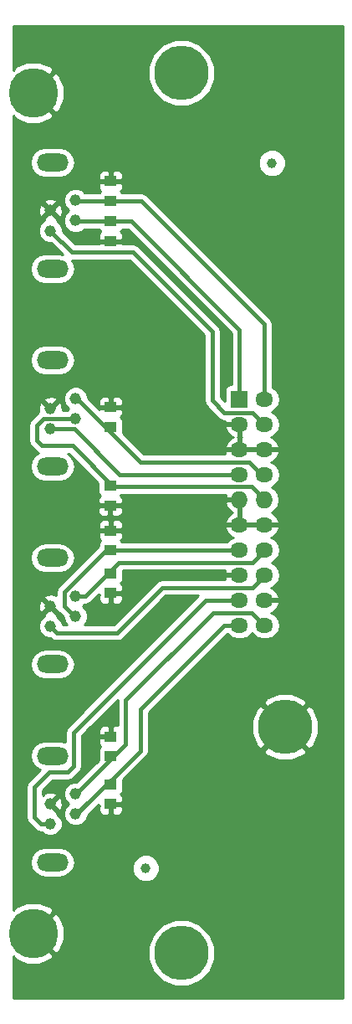
<source format=gbl>
G04 #@! TF.FileFunction,Copper,L2,Bot,Signal*
%FSLAX46Y46*%
G04 Gerber Fmt 4.6, Leading zero omitted, Abs format (unit mm)*
G04 Created by KiCad (PCBNEW 4.0.4+e1-6308~48~ubuntu15.10.1-stable) date Fri Nov 17 08:48:54 2017*
%MOMM*%
%LPD*%
G01*
G04 APERTURE LIST*
%ADD10C,0.150000*%
%ADD11C,5.500000*%
%ADD12C,5.000000*%
%ADD13C,1.000000*%
%ADD14R,1.727200X1.727200*%
%ADD15O,1.800000X1.500000*%
%ADD16O,1.727200X1.727200*%
%ADD17C,1.160000*%
%ADD18O,3.200000X1.800000*%
%ADD19R,1.250000X1.000000*%
%ADD20C,0.203200*%
%ADD21C,0.406400*%
%ADD22C,0.254000*%
G04 APERTURE END LIST*
D10*
D11*
X80772000Y-51296000D03*
X80772000Y-140296000D03*
D12*
X65772000Y-138296000D03*
X65772000Y-53296000D03*
D13*
X77190600Y-131711700D03*
D14*
X86671200Y-84290000D03*
D15*
X89211200Y-84290000D03*
X86671200Y-86830000D03*
X89211200Y-86830000D03*
X86671200Y-89370000D03*
X89211200Y-89370000D03*
X86671200Y-91910000D03*
X89211200Y-91910000D03*
D16*
X86671200Y-94450000D03*
X89211200Y-94450000D03*
D15*
X86671200Y-96990000D03*
X89211200Y-96990000D03*
X86671200Y-99530000D03*
X89211200Y-99530000D03*
X86671200Y-102070000D03*
X89211200Y-102070000D03*
X86671200Y-104610000D03*
X89211200Y-104610000D03*
X86671200Y-107150000D03*
X89211200Y-107150000D03*
D11*
X91287600Y-117449600D03*
D17*
X70081200Y-126230000D03*
X70081200Y-124190000D03*
X67531200Y-125210000D03*
X67531200Y-127250000D03*
D18*
X67731200Y-131100000D03*
X67731200Y-120340000D03*
D17*
X70081200Y-106230000D03*
X70081200Y-104190000D03*
X67531200Y-105210000D03*
X67531200Y-107250000D03*
D18*
X67731200Y-111100000D03*
X67731200Y-100340000D03*
D17*
X70081200Y-86230000D03*
X70081200Y-84190000D03*
X67531200Y-85210000D03*
X67531200Y-87250000D03*
D18*
X67731200Y-91100000D03*
X67731200Y-80340000D03*
D17*
X70081200Y-66230000D03*
X70081200Y-64190000D03*
X67531200Y-65210000D03*
X67531200Y-67250000D03*
D18*
X67731200Y-71100000D03*
X67731200Y-60340000D03*
D19*
X73636000Y-99564000D03*
X73636000Y-97564000D03*
X73636000Y-101894000D03*
X73636000Y-103894000D03*
X73636000Y-123230000D03*
X73636000Y-125230000D03*
X73636000Y-120404000D03*
X73636000Y-118404000D03*
X73636000Y-66310000D03*
X73636000Y-68310000D03*
X73636000Y-64246000D03*
X73636000Y-62246000D03*
X73585200Y-93036200D03*
X73585200Y-95036200D03*
X73636000Y-87082000D03*
X73636000Y-85082000D03*
D13*
X89966800Y-60401200D03*
D20*
X72136000Y-66310000D02*
X70161200Y-66310000D01*
X70161200Y-66310000D02*
X70081200Y-66230000D01*
D21*
X86671200Y-84290000D02*
X86671200Y-77273200D01*
X75698000Y-66300000D02*
X70091200Y-66300000D01*
X86671200Y-77273200D02*
X75698000Y-66300000D01*
D20*
X73636000Y-64246000D02*
X70137200Y-64246000D01*
X70137200Y-64246000D02*
X70081200Y-64190000D01*
X72136000Y-64246000D02*
X70137200Y-64246000D01*
X70137200Y-64246000D02*
X70081200Y-64190000D01*
D21*
X89211200Y-84290000D02*
X89211200Y-76714400D01*
X76706800Y-64210000D02*
X70031200Y-64210000D01*
X89211200Y-76714400D02*
X76706800Y-64210000D01*
X75860600Y-69409000D02*
X69690200Y-69409000D01*
X75860600Y-69409000D02*
X83921600Y-77470000D01*
X83921600Y-77470000D02*
X83921600Y-84429600D01*
X83921600Y-84429600D02*
X85140800Y-85648800D01*
X85140800Y-85648800D02*
X88030000Y-85648800D01*
X89211200Y-86830000D02*
X88030000Y-85648800D01*
X69690200Y-69409000D02*
X67531200Y-67250000D01*
D20*
X73585200Y-93036200D02*
X74087800Y-93036200D01*
X74087800Y-93036200D02*
X74168000Y-93116400D01*
X74168000Y-93116400D02*
X73585200Y-93036200D01*
X69748400Y-89001600D02*
X66636800Y-89001600D01*
X66636800Y-89001600D02*
X66110000Y-88474800D01*
X66110000Y-88474800D02*
X66110000Y-86935600D01*
X66110000Y-86935600D02*
X66815600Y-86230000D01*
X66815600Y-86230000D02*
X70081200Y-86230000D01*
D21*
X70141200Y-86230000D02*
X66815600Y-86230000D01*
X87877600Y-93116400D02*
X89211200Y-94450000D01*
X73863200Y-93116400D02*
X87877600Y-93116400D01*
X69748400Y-89001600D02*
X73863200Y-93116400D01*
X66636800Y-89001600D02*
X69748400Y-89001600D01*
X66110000Y-88474800D02*
X66636800Y-89001600D01*
X66110000Y-86935600D02*
X66110000Y-88474800D01*
X66815600Y-86230000D02*
X66110000Y-86935600D01*
D20*
X73636000Y-87082000D02*
X72973200Y-87082000D01*
X72973200Y-87082000D02*
X70081200Y-84190000D01*
D22*
X89211200Y-91910000D02*
X88963600Y-91910000D01*
D21*
X88963600Y-91910000D02*
X87680800Y-90627200D01*
X87680800Y-90627200D02*
X76628400Y-90627200D01*
X76628400Y-90627200D02*
X70201200Y-84200000D01*
X86671200Y-91910000D02*
X74536400Y-91910000D01*
X69916400Y-87290000D02*
X67571200Y-87290000D01*
X74536400Y-91910000D02*
X69916400Y-87290000D01*
D20*
X73636000Y-99564000D02*
X73135680Y-99564000D01*
X73135680Y-99564000D02*
X68951680Y-103748000D01*
X68951680Y-103748000D02*
X68942400Y-103748000D01*
X68942400Y-103748000D02*
X68942400Y-105091200D01*
X68942400Y-105091200D02*
X70081200Y-106230000D01*
D21*
X86671200Y-99530000D02*
X73160400Y-99530000D01*
X68942400Y-105191200D02*
X69971200Y-106220000D01*
X68942400Y-103748000D02*
X68942400Y-105191200D01*
X73160400Y-99530000D02*
X68942400Y-103748000D01*
D20*
X73636000Y-101894000D02*
X73636000Y-101578280D01*
X73636000Y-101578280D02*
X74427080Y-100787200D01*
D21*
X70091200Y-104180000D02*
X71029200Y-104180000D01*
X87954000Y-100787200D02*
X89211200Y-99530000D01*
X74422000Y-100787200D02*
X74427080Y-100787200D01*
X74427080Y-100787200D02*
X87954000Y-100787200D01*
X71029200Y-104180000D02*
X74422000Y-100787200D01*
X67514400Y-107250000D02*
X68163600Y-107899200D01*
X68163600Y-107899200D02*
X74269600Y-107899200D01*
X74269600Y-107899200D02*
X78841600Y-103327200D01*
X78841600Y-103327200D02*
X87954000Y-103327200D01*
X87954000Y-103327200D02*
X89211200Y-102070000D01*
D20*
X73636000Y-123230000D02*
X73081200Y-123230000D01*
X73081200Y-123230000D02*
X70081200Y-126230000D01*
X70366000Y-126230000D02*
X70081200Y-126230000D01*
D21*
X86671200Y-107150000D02*
X85128000Y-107150000D01*
X76631800Y-119829400D02*
X70201200Y-126260000D01*
X76631800Y-115646200D02*
X76631800Y-119829400D01*
X85128000Y-107150000D02*
X76631800Y-115646200D01*
D20*
X73636000Y-120404000D02*
X73636000Y-120635200D01*
X73636000Y-120635200D02*
X70081200Y-124190000D01*
D21*
X87928400Y-105867200D02*
X89211200Y-107150000D01*
X83972400Y-105867200D02*
X87928400Y-105867200D01*
X75158600Y-114681000D02*
X83972400Y-105867200D01*
X75158600Y-119163400D02*
X75158600Y-114681000D01*
X70121200Y-124200800D02*
X75158600Y-119163400D01*
X86671200Y-104610000D02*
X83248400Y-104610000D01*
X66579200Y-127260000D02*
X67651200Y-127260000D01*
X65883600Y-126564400D02*
X66579200Y-127260000D01*
X65883600Y-123494000D02*
X65883600Y-126564400D01*
X67381400Y-121996200D02*
X65883600Y-123494000D01*
X69265800Y-121996200D02*
X67381400Y-121996200D01*
X69875400Y-121386600D02*
X69265800Y-121996200D01*
X69875400Y-117983000D02*
X69875400Y-121386600D01*
X83248400Y-104610000D02*
X69875400Y-117983000D01*
X86715600Y-104597200D02*
X86106000Y-104597200D01*
D22*
G36*
X97123700Y-144876900D02*
X63758700Y-144876900D01*
X63758700Y-140596364D01*
X63997421Y-140954564D01*
X65149892Y-141431294D01*
X66397072Y-141430705D01*
X67521915Y-140964780D01*
X77394415Y-140964780D01*
X77907450Y-142206418D01*
X78856586Y-143157212D01*
X80097326Y-143672412D01*
X81440780Y-143673585D01*
X82682418Y-143160550D01*
X83633212Y-142211414D01*
X84148412Y-140970674D01*
X84149585Y-139627220D01*
X83636550Y-138385582D01*
X82687414Y-137434788D01*
X81446674Y-136919588D01*
X80103220Y-136918415D01*
X78861582Y-137431450D01*
X77910788Y-138380586D01*
X77395588Y-139621326D01*
X77394415Y-140964780D01*
X67521915Y-140964780D01*
X67546579Y-140954564D01*
X67828275Y-140531880D01*
X65772000Y-138475605D01*
X65757858Y-138489748D01*
X65578253Y-138310143D01*
X65592395Y-138296000D01*
X65951605Y-138296000D01*
X68007880Y-140352275D01*
X68430564Y-140070579D01*
X68907294Y-138918108D01*
X68906705Y-137670928D01*
X68430564Y-136521421D01*
X68007880Y-136239725D01*
X65951605Y-138296000D01*
X65592395Y-138296000D01*
X65578253Y-138281858D01*
X65757858Y-138102253D01*
X65772000Y-138116395D01*
X67828275Y-136060120D01*
X67546579Y-135637436D01*
X66394108Y-135160706D01*
X65146928Y-135161295D01*
X63997421Y-135637436D01*
X63758700Y-135995636D01*
X63758700Y-131100000D01*
X65460570Y-131100000D01*
X65576806Y-131684358D01*
X65907818Y-132179752D01*
X66403212Y-132510764D01*
X66987570Y-132627000D01*
X68474830Y-132627000D01*
X69059188Y-132510764D01*
X69554582Y-132179752D01*
X69682465Y-131988361D01*
X75793358Y-131988361D01*
X76005590Y-132502003D01*
X76398230Y-132895329D01*
X76911500Y-133108457D01*
X77467261Y-133108942D01*
X77980903Y-132896710D01*
X78374229Y-132504070D01*
X78587357Y-131990800D01*
X78587842Y-131435039D01*
X78375610Y-130921397D01*
X77982970Y-130528071D01*
X77469700Y-130314943D01*
X76913939Y-130314458D01*
X76400297Y-130526690D01*
X76006971Y-130919330D01*
X75793843Y-131432600D01*
X75793358Y-131988361D01*
X69682465Y-131988361D01*
X69885594Y-131684358D01*
X70001830Y-131100000D01*
X69885594Y-130515642D01*
X69554582Y-130020248D01*
X69059188Y-129689236D01*
X68474830Y-129573000D01*
X66987570Y-129573000D01*
X66403212Y-129689236D01*
X65907818Y-130020248D01*
X65576806Y-130515642D01*
X65460570Y-131100000D01*
X63758700Y-131100000D01*
X63758700Y-123494000D01*
X65053400Y-123494000D01*
X65053400Y-126564400D01*
X65116595Y-126882104D01*
X65296560Y-127151440D01*
X65992160Y-127847040D01*
X66261496Y-128027005D01*
X66579200Y-128090200D01*
X66664465Y-128090200D01*
X66846596Y-128272649D01*
X67290059Y-128456790D01*
X67770234Y-128457210D01*
X68214018Y-128273842D01*
X68553849Y-127934604D01*
X68737990Y-127491141D01*
X68738410Y-127010966D01*
X68555042Y-126567182D01*
X68215804Y-126227351D01*
X68168341Y-126207643D01*
X68199812Y-126058217D01*
X67531200Y-125389605D01*
X67517058Y-125403748D01*
X67337453Y-125224143D01*
X67351595Y-125210000D01*
X67710805Y-125210000D01*
X68379417Y-125878612D01*
X68602781Y-125831568D01*
X68759075Y-125374177D01*
X68728437Y-124891793D01*
X68602781Y-124588432D01*
X68379417Y-124541388D01*
X67710805Y-125210000D01*
X67351595Y-125210000D01*
X67337453Y-125195858D01*
X67517058Y-125016253D01*
X67531200Y-125030395D01*
X68199812Y-124361783D01*
X68152768Y-124138419D01*
X67695377Y-123982125D01*
X67212993Y-124012763D01*
X66909632Y-124138419D01*
X66862589Y-124361781D01*
X66746797Y-124245989D01*
X66713800Y-124278986D01*
X66713800Y-123837880D01*
X67725280Y-122826400D01*
X69265800Y-122826400D01*
X69583504Y-122763205D01*
X69852840Y-122583240D01*
X70462440Y-121973640D01*
X70642405Y-121704304D01*
X70705600Y-121386600D01*
X70705600Y-118326880D01*
X71254789Y-117777691D01*
X72376000Y-117777691D01*
X72376000Y-118118250D01*
X72534750Y-118277000D01*
X73509000Y-118277000D01*
X73509000Y-117427750D01*
X73350250Y-117269000D01*
X72884690Y-117269000D01*
X72651301Y-117365673D01*
X72472673Y-117544302D01*
X72376000Y-117777691D01*
X71254789Y-117777691D01*
X74328400Y-114704080D01*
X74328400Y-117269000D01*
X73921750Y-117269000D01*
X73763000Y-117427750D01*
X73763000Y-118277000D01*
X73783000Y-118277000D01*
X73783000Y-118531000D01*
X73763000Y-118531000D01*
X73763000Y-118551000D01*
X73509000Y-118551000D01*
X73509000Y-118531000D01*
X72534750Y-118531000D01*
X72376000Y-118689750D01*
X72376000Y-119030309D01*
X72472673Y-119263698D01*
X72619695Y-119410721D01*
X72565247Y-119445757D01*
X72422083Y-119655283D01*
X72371717Y-119904000D01*
X72371717Y-120776203D01*
X70164848Y-122983072D01*
X69842166Y-122982790D01*
X69398382Y-123166158D01*
X69058551Y-123505396D01*
X68874410Y-123948859D01*
X68873990Y-124429034D01*
X69057358Y-124872818D01*
X69394242Y-125210291D01*
X69058551Y-125545396D01*
X68874410Y-125988859D01*
X68873990Y-126469034D01*
X69057358Y-126912818D01*
X69396596Y-127252649D01*
X69840059Y-127436790D01*
X70320234Y-127437210D01*
X70764018Y-127253842D01*
X71103849Y-126914604D01*
X71287990Y-126471141D01*
X71288098Y-126347182D01*
X72376000Y-125259280D01*
X72376000Y-125357002D01*
X72534748Y-125357002D01*
X72376000Y-125515750D01*
X72376000Y-125856309D01*
X72472673Y-126089698D01*
X72651301Y-126268327D01*
X72884690Y-126365000D01*
X73350250Y-126365000D01*
X73509000Y-126206250D01*
X73509000Y-125357000D01*
X73763000Y-125357000D01*
X73763000Y-126206250D01*
X73921750Y-126365000D01*
X74387310Y-126365000D01*
X74620699Y-126268327D01*
X74799327Y-126089698D01*
X74896000Y-125856309D01*
X74896000Y-125515750D01*
X74737250Y-125357000D01*
X73763000Y-125357000D01*
X73509000Y-125357000D01*
X73489000Y-125357000D01*
X73489000Y-125103000D01*
X73509000Y-125103000D01*
X73509000Y-125083000D01*
X73763000Y-125083000D01*
X73763000Y-125103000D01*
X74737250Y-125103000D01*
X74896000Y-124944250D01*
X74896000Y-124603691D01*
X74799327Y-124370302D01*
X74652305Y-124223279D01*
X74706753Y-124188243D01*
X74849917Y-123978717D01*
X74900283Y-123730000D01*
X74900283Y-122734997D01*
X77218840Y-120416440D01*
X77398805Y-120147104D01*
X77454746Y-119865866D01*
X89050939Y-119865866D01*
X89363087Y-120314532D01*
X90605943Y-120832931D01*
X91952576Y-120836248D01*
X93197971Y-120323980D01*
X93212113Y-120314532D01*
X93524261Y-119865866D01*
X91287600Y-117629205D01*
X89050939Y-119865866D01*
X77454746Y-119865866D01*
X77462000Y-119829400D01*
X77462000Y-118114576D01*
X87900952Y-118114576D01*
X88413220Y-119359971D01*
X88422668Y-119374113D01*
X88871334Y-119686261D01*
X91107995Y-117449600D01*
X91467205Y-117449600D01*
X93703866Y-119686261D01*
X94152532Y-119374113D01*
X94670931Y-118131257D01*
X94674248Y-116784624D01*
X94161980Y-115539229D01*
X94152532Y-115525087D01*
X93703866Y-115212939D01*
X91467205Y-117449600D01*
X91107995Y-117449600D01*
X88871334Y-115212939D01*
X88422668Y-115525087D01*
X87904269Y-116767943D01*
X87900952Y-118114576D01*
X77462000Y-118114576D01*
X77462000Y-115990080D01*
X78418746Y-115033334D01*
X89050939Y-115033334D01*
X91287600Y-117269995D01*
X93524261Y-115033334D01*
X93212113Y-114584668D01*
X91969257Y-114066269D01*
X90622624Y-114062952D01*
X89377229Y-114575220D01*
X89363087Y-114584668D01*
X89050939Y-115033334D01*
X78418746Y-115033334D01*
X85441814Y-108010266D01*
X85517598Y-108123686D01*
X85964329Y-108422182D01*
X86491284Y-108527000D01*
X86851116Y-108527000D01*
X87378071Y-108422182D01*
X87824802Y-108123686D01*
X87941200Y-107949484D01*
X88057598Y-108123686D01*
X88504329Y-108422182D01*
X89031284Y-108527000D01*
X89391116Y-108527000D01*
X89918071Y-108422182D01*
X90364802Y-108123686D01*
X90663298Y-107676955D01*
X90768116Y-107150000D01*
X90663298Y-106623045D01*
X90364802Y-106176314D01*
X89918071Y-105877818D01*
X89877522Y-105869752D01*
X90065799Y-105803821D01*
X90469020Y-105443308D01*
X90703518Y-104951185D01*
X90580856Y-104737000D01*
X89338200Y-104737000D01*
X89338200Y-104757000D01*
X89084200Y-104757000D01*
X89084200Y-104737000D01*
X89064200Y-104737000D01*
X89064200Y-104483000D01*
X89084200Y-104483000D01*
X89084200Y-104463000D01*
X89338200Y-104463000D01*
X89338200Y-104483000D01*
X90580856Y-104483000D01*
X90703518Y-104268815D01*
X90469020Y-103776692D01*
X90065799Y-103416179D01*
X89877522Y-103350248D01*
X89918071Y-103342182D01*
X90364802Y-103043686D01*
X90663298Y-102596955D01*
X90768116Y-102070000D01*
X90663298Y-101543045D01*
X90364802Y-101096314D01*
X89921337Y-100800000D01*
X90364802Y-100503686D01*
X90663298Y-100056955D01*
X90768116Y-99530000D01*
X90663298Y-99003045D01*
X90364802Y-98556314D01*
X89918071Y-98257818D01*
X89877522Y-98249752D01*
X90065799Y-98183821D01*
X90469020Y-97823308D01*
X90703518Y-97331185D01*
X90580856Y-97117000D01*
X89338200Y-97117000D01*
X89338200Y-97137000D01*
X89084200Y-97137000D01*
X89084200Y-97117000D01*
X86798200Y-97117000D01*
X86798200Y-97137000D01*
X86544200Y-97137000D01*
X86544200Y-97117000D01*
X85301544Y-97117000D01*
X85178882Y-97331185D01*
X85413380Y-97823308D01*
X85816601Y-98183821D01*
X86004878Y-98249752D01*
X85964329Y-98257818D01*
X85517598Y-98556314D01*
X85421724Y-98699800D01*
X74771721Y-98699800D01*
X74719243Y-98618247D01*
X74651242Y-98571784D01*
X74799327Y-98423698D01*
X74896000Y-98190309D01*
X74896000Y-97849750D01*
X74737250Y-97691000D01*
X73763000Y-97691000D01*
X73763000Y-97711000D01*
X73509000Y-97711000D01*
X73509000Y-97691000D01*
X72534750Y-97691000D01*
X72376000Y-97849750D01*
X72376000Y-98190309D01*
X72472673Y-98423698D01*
X72619695Y-98570721D01*
X72565247Y-98605757D01*
X72422083Y-98815283D01*
X72371717Y-99064000D01*
X72371717Y-99144603D01*
X68355360Y-103160960D01*
X68175395Y-103430296D01*
X68112200Y-103748000D01*
X68112200Y-104124557D01*
X67695377Y-103982125D01*
X67212993Y-104012763D01*
X66909632Y-104138419D01*
X66862588Y-104361783D01*
X67531200Y-105030395D01*
X67545343Y-105016253D01*
X67724948Y-105195858D01*
X67710805Y-105210000D01*
X68379417Y-105878612D01*
X68442455Y-105865335D01*
X68874140Y-106297020D01*
X68873990Y-106469034D01*
X69057358Y-106912818D01*
X69213267Y-107069000D01*
X68738359Y-107069000D01*
X68738410Y-107010966D01*
X68555042Y-106567182D01*
X68215804Y-106227351D01*
X68168341Y-106207643D01*
X68199812Y-106058217D01*
X67531200Y-105389605D01*
X66862588Y-106058217D01*
X66893990Y-106207313D01*
X66848382Y-106226158D01*
X66508551Y-106565396D01*
X66324410Y-107008859D01*
X66323990Y-107489034D01*
X66507358Y-107932818D01*
X66846596Y-108272649D01*
X67290059Y-108456790D01*
X67547335Y-108457015D01*
X67576560Y-108486240D01*
X67845896Y-108666205D01*
X68163600Y-108729400D01*
X74269600Y-108729400D01*
X74587304Y-108666205D01*
X74856640Y-108486240D01*
X79185480Y-104157400D01*
X82526920Y-104157400D01*
X69288360Y-117395960D01*
X69108395Y-117665296D01*
X69045200Y-117983000D01*
X69045200Y-118926454D01*
X68474830Y-118813000D01*
X66987570Y-118813000D01*
X66403212Y-118929236D01*
X65907818Y-119260248D01*
X65576806Y-119755642D01*
X65460570Y-120340000D01*
X65576806Y-120924358D01*
X65907818Y-121419752D01*
X66403212Y-121750764D01*
X66444536Y-121758984D01*
X65296560Y-122906960D01*
X65116595Y-123176296D01*
X65053400Y-123494000D01*
X63758700Y-123494000D01*
X63758700Y-111100000D01*
X65460570Y-111100000D01*
X65576806Y-111684358D01*
X65907818Y-112179752D01*
X66403212Y-112510764D01*
X66987570Y-112627000D01*
X68474830Y-112627000D01*
X69059188Y-112510764D01*
X69554582Y-112179752D01*
X69885594Y-111684358D01*
X70001830Y-111100000D01*
X69885594Y-110515642D01*
X69554582Y-110020248D01*
X69059188Y-109689236D01*
X68474830Y-109573000D01*
X66987570Y-109573000D01*
X66403212Y-109689236D01*
X65907818Y-110020248D01*
X65576806Y-110515642D01*
X65460570Y-111100000D01*
X63758700Y-111100000D01*
X63758700Y-105045823D01*
X66303325Y-105045823D01*
X66333963Y-105528207D01*
X66459619Y-105831568D01*
X66682983Y-105878612D01*
X67351595Y-105210000D01*
X66682983Y-104541388D01*
X66459619Y-104588432D01*
X66303325Y-105045823D01*
X63758700Y-105045823D01*
X63758700Y-100340000D01*
X65460570Y-100340000D01*
X65576806Y-100924358D01*
X65907818Y-101419752D01*
X66403212Y-101750764D01*
X66987570Y-101867000D01*
X68474830Y-101867000D01*
X69059188Y-101750764D01*
X69554582Y-101419752D01*
X69885594Y-100924358D01*
X70001830Y-100340000D01*
X69885594Y-99755642D01*
X69554582Y-99260248D01*
X69059188Y-98929236D01*
X68474830Y-98813000D01*
X66987570Y-98813000D01*
X66403212Y-98929236D01*
X65907818Y-99260248D01*
X65576806Y-99755642D01*
X65460570Y-100340000D01*
X63758700Y-100340000D01*
X63758700Y-96937691D01*
X72376000Y-96937691D01*
X72376000Y-97278250D01*
X72534750Y-97437000D01*
X73509000Y-97437000D01*
X73509000Y-96587750D01*
X73763000Y-96587750D01*
X73763000Y-97437000D01*
X74737250Y-97437000D01*
X74896000Y-97278250D01*
X74896000Y-96937691D01*
X74799327Y-96704302D01*
X74743841Y-96648815D01*
X85178882Y-96648815D01*
X85301544Y-96863000D01*
X86544200Y-96863000D01*
X86544200Y-94577000D01*
X85337383Y-94577000D01*
X85216242Y-94809026D01*
X85388512Y-95224947D01*
X85782710Y-95656821D01*
X85967389Y-95743376D01*
X85816601Y-95796179D01*
X85413380Y-96156692D01*
X85178882Y-96648815D01*
X74743841Y-96648815D01*
X74620699Y-96525673D01*
X74387310Y-96429000D01*
X73921750Y-96429000D01*
X73763000Y-96587750D01*
X73509000Y-96587750D01*
X73350250Y-96429000D01*
X72884690Y-96429000D01*
X72651301Y-96525673D01*
X72472673Y-96704302D01*
X72376000Y-96937691D01*
X63758700Y-96937691D01*
X63758700Y-95321950D01*
X72325200Y-95321950D01*
X72325200Y-95662509D01*
X72421873Y-95895898D01*
X72600501Y-96074527D01*
X72833890Y-96171200D01*
X73299450Y-96171200D01*
X73458200Y-96012450D01*
X73458200Y-95163200D01*
X73712200Y-95163200D01*
X73712200Y-96012450D01*
X73870950Y-96171200D01*
X74336510Y-96171200D01*
X74569899Y-96074527D01*
X74748527Y-95895898D01*
X74845200Y-95662509D01*
X74845200Y-95321950D01*
X74686450Y-95163200D01*
X73712200Y-95163200D01*
X73458200Y-95163200D01*
X72483950Y-95163200D01*
X72325200Y-95321950D01*
X63758700Y-95321950D01*
X63758700Y-86935600D01*
X65279800Y-86935600D01*
X65279800Y-88474800D01*
X65342995Y-88792504D01*
X65522960Y-89061840D01*
X66049760Y-89588640D01*
X66301762Y-89757023D01*
X65907818Y-90020248D01*
X65576806Y-90515642D01*
X65460570Y-91100000D01*
X65576806Y-91684358D01*
X65907818Y-92179752D01*
X66403212Y-92510764D01*
X66987570Y-92627000D01*
X68474830Y-92627000D01*
X69059188Y-92510764D01*
X69554582Y-92179752D01*
X69885594Y-91684358D01*
X70001830Y-91100000D01*
X69885594Y-90515642D01*
X69554582Y-90020248D01*
X69272550Y-89831800D01*
X69404520Y-89831800D01*
X72320917Y-92748197D01*
X72320917Y-93536200D01*
X72364637Y-93768552D01*
X72501957Y-93981953D01*
X72569958Y-94028416D01*
X72421873Y-94176502D01*
X72325200Y-94409891D01*
X72325200Y-94750450D01*
X72483950Y-94909200D01*
X73458200Y-94909200D01*
X73458200Y-94889200D01*
X73712200Y-94889200D01*
X73712200Y-94909200D01*
X74686450Y-94909200D01*
X74845200Y-94750450D01*
X74845200Y-94409891D01*
X74748527Y-94176502D01*
X74601505Y-94029479D01*
X74655953Y-93994443D01*
X74688643Y-93946600D01*
X85276040Y-93946600D01*
X85216242Y-94090974D01*
X85337383Y-94323000D01*
X86544200Y-94323000D01*
X86544200Y-94303000D01*
X86798200Y-94303000D01*
X86798200Y-94323000D01*
X86818200Y-94323000D01*
X86818200Y-94577000D01*
X86798200Y-94577000D01*
X86798200Y-96863000D01*
X89084200Y-96863000D01*
X89084200Y-96843000D01*
X89338200Y-96843000D01*
X89338200Y-96863000D01*
X90580856Y-96863000D01*
X90703518Y-96648815D01*
X90469020Y-96156692D01*
X90065799Y-95796179D01*
X89928904Y-95748241D01*
X90294416Y-95504013D01*
X90617538Y-95020428D01*
X90731003Y-94450000D01*
X90617538Y-93879572D01*
X90294416Y-93395987D01*
X89946253Y-93163351D01*
X90364802Y-92883686D01*
X90663298Y-92436955D01*
X90768116Y-91910000D01*
X90663298Y-91383045D01*
X90364802Y-90936314D01*
X89918071Y-90637818D01*
X89877522Y-90629752D01*
X90065799Y-90563821D01*
X90469020Y-90203308D01*
X90703518Y-89711185D01*
X90580856Y-89497000D01*
X89338200Y-89497000D01*
X89338200Y-89517000D01*
X89084200Y-89517000D01*
X89084200Y-89497000D01*
X86798200Y-89497000D01*
X86798200Y-89517000D01*
X86544200Y-89517000D01*
X86544200Y-89497000D01*
X85301544Y-89497000D01*
X85178882Y-89711185D01*
X85219773Y-89797000D01*
X76972280Y-89797000D01*
X74876201Y-87700921D01*
X74900283Y-87582000D01*
X74900283Y-87171185D01*
X85178882Y-87171185D01*
X85413380Y-87663308D01*
X85816601Y-88023821D01*
X86034143Y-88100000D01*
X85816601Y-88176179D01*
X85413380Y-88536692D01*
X85178882Y-89028815D01*
X85301544Y-89243000D01*
X86544200Y-89243000D01*
X86544200Y-88142698D01*
X86480393Y-88100000D01*
X86544200Y-88057302D01*
X86544200Y-86957000D01*
X85301544Y-86957000D01*
X85178882Y-87171185D01*
X74900283Y-87171185D01*
X74900283Y-86582000D01*
X74856563Y-86349648D01*
X74719243Y-86136247D01*
X74651242Y-86089784D01*
X74799327Y-85941698D01*
X74896000Y-85708309D01*
X74896000Y-85367750D01*
X74737250Y-85209000D01*
X73763000Y-85209000D01*
X73763000Y-85229000D01*
X73509000Y-85229000D01*
X73509000Y-85209000D01*
X72534750Y-85209000D01*
X72459515Y-85284235D01*
X71630971Y-84455691D01*
X72376000Y-84455691D01*
X72376000Y-84796250D01*
X72534750Y-84955000D01*
X73509000Y-84955000D01*
X73509000Y-84105750D01*
X73763000Y-84105750D01*
X73763000Y-84955000D01*
X74737250Y-84955000D01*
X74896000Y-84796250D01*
X74896000Y-84455691D01*
X74799327Y-84222302D01*
X74620699Y-84043673D01*
X74387310Y-83947000D01*
X73921750Y-83947000D01*
X73763000Y-84105750D01*
X73509000Y-84105750D01*
X73350250Y-83947000D01*
X72884690Y-83947000D01*
X72651301Y-84043673D01*
X72472673Y-84222302D01*
X72376000Y-84455691D01*
X71630971Y-84455691D01*
X71288268Y-84112988D01*
X71288410Y-83950966D01*
X71105042Y-83507182D01*
X70765804Y-83167351D01*
X70322341Y-82983210D01*
X69842166Y-82982790D01*
X69398382Y-83166158D01*
X69058551Y-83505396D01*
X68874410Y-83948859D01*
X68873990Y-84429034D01*
X69057358Y-84872818D01*
X69394242Y-85210291D01*
X69204402Y-85399800D01*
X68750319Y-85399800D01*
X68759075Y-85374177D01*
X68728437Y-84891793D01*
X68602781Y-84588432D01*
X68379417Y-84541388D01*
X67710805Y-85210000D01*
X67724948Y-85224143D01*
X67549290Y-85399800D01*
X67541395Y-85399800D01*
X67531200Y-85389605D01*
X67521005Y-85399800D01*
X67513110Y-85399800D01*
X67337453Y-85224143D01*
X67351595Y-85210000D01*
X66682983Y-84541388D01*
X66459619Y-84588432D01*
X66303325Y-85045823D01*
X66333963Y-85528207D01*
X66348343Y-85562923D01*
X66228560Y-85642960D01*
X65522960Y-86348560D01*
X65342995Y-86617896D01*
X65279800Y-86935600D01*
X63758700Y-86935600D01*
X63758700Y-84361783D01*
X66862588Y-84361783D01*
X67531200Y-85030395D01*
X68199812Y-84361783D01*
X68152768Y-84138419D01*
X67695377Y-83982125D01*
X67212993Y-84012763D01*
X66909632Y-84138419D01*
X66862588Y-84361783D01*
X63758700Y-84361783D01*
X63758700Y-80340000D01*
X65460570Y-80340000D01*
X65576806Y-80924358D01*
X65907818Y-81419752D01*
X66403212Y-81750764D01*
X66987570Y-81867000D01*
X68474830Y-81867000D01*
X69059188Y-81750764D01*
X69554582Y-81419752D01*
X69885594Y-80924358D01*
X70001830Y-80340000D01*
X69885594Y-79755642D01*
X69554582Y-79260248D01*
X69059188Y-78929236D01*
X68474830Y-78813000D01*
X66987570Y-78813000D01*
X66403212Y-78929236D01*
X65907818Y-79260248D01*
X65576806Y-79755642D01*
X65460570Y-80340000D01*
X63758700Y-80340000D01*
X63758700Y-71100000D01*
X65460570Y-71100000D01*
X65576806Y-71684358D01*
X65907818Y-72179752D01*
X66403212Y-72510764D01*
X66987570Y-72627000D01*
X68474830Y-72627000D01*
X69059188Y-72510764D01*
X69554582Y-72179752D01*
X69885594Y-71684358D01*
X70001830Y-71100000D01*
X69885594Y-70515642D01*
X69700881Y-70239200D01*
X75516720Y-70239200D01*
X83091400Y-77813880D01*
X83091400Y-84429600D01*
X83154595Y-84747304D01*
X83334560Y-85016640D01*
X84553760Y-86235840D01*
X84823096Y-86415805D01*
X85140800Y-86479000D01*
X85183559Y-86479000D01*
X85178882Y-86488815D01*
X85301544Y-86703000D01*
X86544200Y-86703000D01*
X86544200Y-86683000D01*
X86798200Y-86683000D01*
X86798200Y-86703000D01*
X86818200Y-86703000D01*
X86818200Y-86957000D01*
X86798200Y-86957000D01*
X86798200Y-88057302D01*
X86862007Y-88100000D01*
X86798200Y-88142698D01*
X86798200Y-89243000D01*
X89084200Y-89243000D01*
X89084200Y-89223000D01*
X89338200Y-89223000D01*
X89338200Y-89243000D01*
X90580856Y-89243000D01*
X90703518Y-89028815D01*
X90469020Y-88536692D01*
X90065799Y-88176179D01*
X89877522Y-88110248D01*
X89918071Y-88102182D01*
X90364802Y-87803686D01*
X90663298Y-87356955D01*
X90768116Y-86830000D01*
X90663298Y-86303045D01*
X90364802Y-85856314D01*
X89921337Y-85560000D01*
X90364802Y-85263686D01*
X90663298Y-84816955D01*
X90768116Y-84290000D01*
X90663298Y-83763045D01*
X90364802Y-83316314D01*
X90041400Y-83100224D01*
X90041400Y-76714400D01*
X89978205Y-76396696D01*
X89798240Y-76127360D01*
X77293840Y-63622960D01*
X77024504Y-63442995D01*
X76706800Y-63379800D01*
X74770434Y-63379800D01*
X74719243Y-63300247D01*
X74651242Y-63253784D01*
X74799327Y-63105698D01*
X74896000Y-62872309D01*
X74896000Y-62531750D01*
X74737250Y-62373000D01*
X73763000Y-62373000D01*
X73763000Y-62393000D01*
X73509000Y-62393000D01*
X73509000Y-62373000D01*
X72534750Y-62373000D01*
X72376000Y-62531750D01*
X72376000Y-62872309D01*
X72472673Y-63105698D01*
X72619695Y-63252721D01*
X72565247Y-63287757D01*
X72502356Y-63379800D01*
X70977882Y-63379800D01*
X70765804Y-63167351D01*
X70322341Y-62983210D01*
X69842166Y-62982790D01*
X69398382Y-63166158D01*
X69058551Y-63505396D01*
X68874410Y-63948859D01*
X68873990Y-64429034D01*
X69057358Y-64872818D01*
X69394242Y-65210291D01*
X69058551Y-65545396D01*
X68874410Y-65988859D01*
X68873990Y-66469034D01*
X69057358Y-66912818D01*
X69396596Y-67252649D01*
X69840059Y-67436790D01*
X70320234Y-67437210D01*
X70764018Y-67253842D01*
X70887876Y-67130200D01*
X72471966Y-67130200D01*
X72552757Y-67255753D01*
X72620758Y-67302216D01*
X72472673Y-67450302D01*
X72376000Y-67683691D01*
X72376000Y-68024250D01*
X72534750Y-68183000D01*
X73509000Y-68183000D01*
X73509000Y-68163000D01*
X73763000Y-68163000D01*
X73763000Y-68183000D01*
X74737250Y-68183000D01*
X74896000Y-68024250D01*
X74896000Y-67683691D01*
X74799327Y-67450302D01*
X74652305Y-67303279D01*
X74706753Y-67268243D01*
X74801074Y-67130200D01*
X75354120Y-67130200D01*
X85841000Y-77617080D01*
X85841000Y-82787117D01*
X85807600Y-82787117D01*
X85575248Y-82830837D01*
X85361847Y-82968157D01*
X85218683Y-83177683D01*
X85168317Y-83426400D01*
X85168317Y-84502237D01*
X84751800Y-84085720D01*
X84751800Y-77470000D01*
X84688605Y-77152296D01*
X84508640Y-76882960D01*
X76447640Y-68821960D01*
X76178304Y-68641995D01*
X75860600Y-68578800D01*
X74879050Y-68578800D01*
X74737250Y-68437000D01*
X73763000Y-68437000D01*
X73763000Y-68457000D01*
X73509000Y-68457000D01*
X73509000Y-68437000D01*
X72534750Y-68437000D01*
X72392950Y-68578800D01*
X70034080Y-68578800D01*
X68738172Y-67282892D01*
X68738410Y-67010966D01*
X68555042Y-66567182D01*
X68215804Y-66227351D01*
X68168341Y-66207643D01*
X68199812Y-66058217D01*
X67531200Y-65389605D01*
X66862588Y-66058217D01*
X66893990Y-66207313D01*
X66848382Y-66226158D01*
X66508551Y-66565396D01*
X66324410Y-67008859D01*
X66323990Y-67489034D01*
X66507358Y-67932818D01*
X66846596Y-68272649D01*
X67290059Y-68456790D01*
X67564150Y-68457030D01*
X68731094Y-69623974D01*
X68474830Y-69573000D01*
X66987570Y-69573000D01*
X66403212Y-69689236D01*
X65907818Y-70020248D01*
X65576806Y-70515642D01*
X65460570Y-71100000D01*
X63758700Y-71100000D01*
X63758700Y-65045823D01*
X66303325Y-65045823D01*
X66333963Y-65528207D01*
X66459619Y-65831568D01*
X66682983Y-65878612D01*
X67351595Y-65210000D01*
X67710805Y-65210000D01*
X68379417Y-65878612D01*
X68602781Y-65831568D01*
X68759075Y-65374177D01*
X68728437Y-64891793D01*
X68602781Y-64588432D01*
X68379417Y-64541388D01*
X67710805Y-65210000D01*
X67351595Y-65210000D01*
X66682983Y-64541388D01*
X66459619Y-64588432D01*
X66303325Y-65045823D01*
X63758700Y-65045823D01*
X63758700Y-64361783D01*
X66862588Y-64361783D01*
X67531200Y-65030395D01*
X68199812Y-64361783D01*
X68152768Y-64138419D01*
X67695377Y-63982125D01*
X67212993Y-64012763D01*
X66909632Y-64138419D01*
X66862588Y-64361783D01*
X63758700Y-64361783D01*
X63758700Y-60340000D01*
X65460570Y-60340000D01*
X65576806Y-60924358D01*
X65907818Y-61419752D01*
X66403212Y-61750764D01*
X66987570Y-61867000D01*
X68474830Y-61867000D01*
X69059188Y-61750764D01*
X69255352Y-61619691D01*
X72376000Y-61619691D01*
X72376000Y-61960250D01*
X72534750Y-62119000D01*
X73509000Y-62119000D01*
X73509000Y-61269750D01*
X73763000Y-61269750D01*
X73763000Y-62119000D01*
X74737250Y-62119000D01*
X74896000Y-61960250D01*
X74896000Y-61619691D01*
X74799327Y-61386302D01*
X74620699Y-61207673D01*
X74387310Y-61111000D01*
X73921750Y-61111000D01*
X73763000Y-61269750D01*
X73509000Y-61269750D01*
X73350250Y-61111000D01*
X72884690Y-61111000D01*
X72651301Y-61207673D01*
X72472673Y-61386302D01*
X72376000Y-61619691D01*
X69255352Y-61619691D01*
X69554582Y-61419752D01*
X69885594Y-60924358D01*
X69934625Y-60677861D01*
X88569558Y-60677861D01*
X88781790Y-61191503D01*
X89174430Y-61584829D01*
X89687700Y-61797957D01*
X90243461Y-61798442D01*
X90757103Y-61586210D01*
X91150429Y-61193570D01*
X91363557Y-60680300D01*
X91364042Y-60124539D01*
X91151810Y-59610897D01*
X90759170Y-59217571D01*
X90245900Y-59004443D01*
X89690139Y-59003958D01*
X89176497Y-59216190D01*
X88783171Y-59608830D01*
X88570043Y-60122100D01*
X88569558Y-60677861D01*
X69934625Y-60677861D01*
X70001830Y-60340000D01*
X69885594Y-59755642D01*
X69554582Y-59260248D01*
X69059188Y-58929236D01*
X68474830Y-58813000D01*
X66987570Y-58813000D01*
X66403212Y-58929236D01*
X65907818Y-59260248D01*
X65576806Y-59755642D01*
X65460570Y-60340000D01*
X63758700Y-60340000D01*
X63758700Y-55596364D01*
X63997421Y-55954564D01*
X65149892Y-56431294D01*
X66397072Y-56430705D01*
X67546579Y-55954564D01*
X67828275Y-55531880D01*
X65772000Y-53475605D01*
X65757858Y-53489748D01*
X65578253Y-53310143D01*
X65592395Y-53296000D01*
X65951605Y-53296000D01*
X68007880Y-55352275D01*
X68430564Y-55070579D01*
X68907294Y-53918108D01*
X68906705Y-52670928D01*
X68614210Y-51964780D01*
X77394415Y-51964780D01*
X77907450Y-53206418D01*
X78856586Y-54157212D01*
X80097326Y-54672412D01*
X81440780Y-54673585D01*
X82682418Y-54160550D01*
X83633212Y-53211414D01*
X84148412Y-51970674D01*
X84149585Y-50627220D01*
X83636550Y-49385582D01*
X82687414Y-48434788D01*
X81446674Y-47919588D01*
X80103220Y-47918415D01*
X78861582Y-48431450D01*
X77910788Y-49380586D01*
X77395588Y-50621326D01*
X77394415Y-51964780D01*
X68614210Y-51964780D01*
X68430564Y-51521421D01*
X68007880Y-51239725D01*
X65951605Y-53296000D01*
X65592395Y-53296000D01*
X65578253Y-53281858D01*
X65757858Y-53102253D01*
X65772000Y-53116395D01*
X67828275Y-51060120D01*
X67546579Y-50637436D01*
X66394108Y-50160706D01*
X65146928Y-50161295D01*
X63997421Y-50637436D01*
X63758700Y-50995636D01*
X63758700Y-46537500D01*
X97123700Y-46537500D01*
X97123700Y-144876900D01*
X97123700Y-144876900D01*
G37*
X97123700Y-144876900D02*
X63758700Y-144876900D01*
X63758700Y-140596364D01*
X63997421Y-140954564D01*
X65149892Y-141431294D01*
X66397072Y-141430705D01*
X67521915Y-140964780D01*
X77394415Y-140964780D01*
X77907450Y-142206418D01*
X78856586Y-143157212D01*
X80097326Y-143672412D01*
X81440780Y-143673585D01*
X82682418Y-143160550D01*
X83633212Y-142211414D01*
X84148412Y-140970674D01*
X84149585Y-139627220D01*
X83636550Y-138385582D01*
X82687414Y-137434788D01*
X81446674Y-136919588D01*
X80103220Y-136918415D01*
X78861582Y-137431450D01*
X77910788Y-138380586D01*
X77395588Y-139621326D01*
X77394415Y-140964780D01*
X67521915Y-140964780D01*
X67546579Y-140954564D01*
X67828275Y-140531880D01*
X65772000Y-138475605D01*
X65757858Y-138489748D01*
X65578253Y-138310143D01*
X65592395Y-138296000D01*
X65951605Y-138296000D01*
X68007880Y-140352275D01*
X68430564Y-140070579D01*
X68907294Y-138918108D01*
X68906705Y-137670928D01*
X68430564Y-136521421D01*
X68007880Y-136239725D01*
X65951605Y-138296000D01*
X65592395Y-138296000D01*
X65578253Y-138281858D01*
X65757858Y-138102253D01*
X65772000Y-138116395D01*
X67828275Y-136060120D01*
X67546579Y-135637436D01*
X66394108Y-135160706D01*
X65146928Y-135161295D01*
X63997421Y-135637436D01*
X63758700Y-135995636D01*
X63758700Y-131100000D01*
X65460570Y-131100000D01*
X65576806Y-131684358D01*
X65907818Y-132179752D01*
X66403212Y-132510764D01*
X66987570Y-132627000D01*
X68474830Y-132627000D01*
X69059188Y-132510764D01*
X69554582Y-132179752D01*
X69682465Y-131988361D01*
X75793358Y-131988361D01*
X76005590Y-132502003D01*
X76398230Y-132895329D01*
X76911500Y-133108457D01*
X77467261Y-133108942D01*
X77980903Y-132896710D01*
X78374229Y-132504070D01*
X78587357Y-131990800D01*
X78587842Y-131435039D01*
X78375610Y-130921397D01*
X77982970Y-130528071D01*
X77469700Y-130314943D01*
X76913939Y-130314458D01*
X76400297Y-130526690D01*
X76006971Y-130919330D01*
X75793843Y-131432600D01*
X75793358Y-131988361D01*
X69682465Y-131988361D01*
X69885594Y-131684358D01*
X70001830Y-131100000D01*
X69885594Y-130515642D01*
X69554582Y-130020248D01*
X69059188Y-129689236D01*
X68474830Y-129573000D01*
X66987570Y-129573000D01*
X66403212Y-129689236D01*
X65907818Y-130020248D01*
X65576806Y-130515642D01*
X65460570Y-131100000D01*
X63758700Y-131100000D01*
X63758700Y-123494000D01*
X65053400Y-123494000D01*
X65053400Y-126564400D01*
X65116595Y-126882104D01*
X65296560Y-127151440D01*
X65992160Y-127847040D01*
X66261496Y-128027005D01*
X66579200Y-128090200D01*
X66664465Y-128090200D01*
X66846596Y-128272649D01*
X67290059Y-128456790D01*
X67770234Y-128457210D01*
X68214018Y-128273842D01*
X68553849Y-127934604D01*
X68737990Y-127491141D01*
X68738410Y-127010966D01*
X68555042Y-126567182D01*
X68215804Y-126227351D01*
X68168341Y-126207643D01*
X68199812Y-126058217D01*
X67531200Y-125389605D01*
X67517058Y-125403748D01*
X67337453Y-125224143D01*
X67351595Y-125210000D01*
X67710805Y-125210000D01*
X68379417Y-125878612D01*
X68602781Y-125831568D01*
X68759075Y-125374177D01*
X68728437Y-124891793D01*
X68602781Y-124588432D01*
X68379417Y-124541388D01*
X67710805Y-125210000D01*
X67351595Y-125210000D01*
X67337453Y-125195858D01*
X67517058Y-125016253D01*
X67531200Y-125030395D01*
X68199812Y-124361783D01*
X68152768Y-124138419D01*
X67695377Y-123982125D01*
X67212993Y-124012763D01*
X66909632Y-124138419D01*
X66862589Y-124361781D01*
X66746797Y-124245989D01*
X66713800Y-124278986D01*
X66713800Y-123837880D01*
X67725280Y-122826400D01*
X69265800Y-122826400D01*
X69583504Y-122763205D01*
X69852840Y-122583240D01*
X70462440Y-121973640D01*
X70642405Y-121704304D01*
X70705600Y-121386600D01*
X70705600Y-118326880D01*
X71254789Y-117777691D01*
X72376000Y-117777691D01*
X72376000Y-118118250D01*
X72534750Y-118277000D01*
X73509000Y-118277000D01*
X73509000Y-117427750D01*
X73350250Y-117269000D01*
X72884690Y-117269000D01*
X72651301Y-117365673D01*
X72472673Y-117544302D01*
X72376000Y-117777691D01*
X71254789Y-117777691D01*
X74328400Y-114704080D01*
X74328400Y-117269000D01*
X73921750Y-117269000D01*
X73763000Y-117427750D01*
X73763000Y-118277000D01*
X73783000Y-118277000D01*
X73783000Y-118531000D01*
X73763000Y-118531000D01*
X73763000Y-118551000D01*
X73509000Y-118551000D01*
X73509000Y-118531000D01*
X72534750Y-118531000D01*
X72376000Y-118689750D01*
X72376000Y-119030309D01*
X72472673Y-119263698D01*
X72619695Y-119410721D01*
X72565247Y-119445757D01*
X72422083Y-119655283D01*
X72371717Y-119904000D01*
X72371717Y-120776203D01*
X70164848Y-122983072D01*
X69842166Y-122982790D01*
X69398382Y-123166158D01*
X69058551Y-123505396D01*
X68874410Y-123948859D01*
X68873990Y-124429034D01*
X69057358Y-124872818D01*
X69394242Y-125210291D01*
X69058551Y-125545396D01*
X68874410Y-125988859D01*
X68873990Y-126469034D01*
X69057358Y-126912818D01*
X69396596Y-127252649D01*
X69840059Y-127436790D01*
X70320234Y-127437210D01*
X70764018Y-127253842D01*
X71103849Y-126914604D01*
X71287990Y-126471141D01*
X71288098Y-126347182D01*
X72376000Y-125259280D01*
X72376000Y-125357002D01*
X72534748Y-125357002D01*
X72376000Y-125515750D01*
X72376000Y-125856309D01*
X72472673Y-126089698D01*
X72651301Y-126268327D01*
X72884690Y-126365000D01*
X73350250Y-126365000D01*
X73509000Y-126206250D01*
X73509000Y-125357000D01*
X73763000Y-125357000D01*
X73763000Y-126206250D01*
X73921750Y-126365000D01*
X74387310Y-126365000D01*
X74620699Y-126268327D01*
X74799327Y-126089698D01*
X74896000Y-125856309D01*
X74896000Y-125515750D01*
X74737250Y-125357000D01*
X73763000Y-125357000D01*
X73509000Y-125357000D01*
X73489000Y-125357000D01*
X73489000Y-125103000D01*
X73509000Y-125103000D01*
X73509000Y-125083000D01*
X73763000Y-125083000D01*
X73763000Y-125103000D01*
X74737250Y-125103000D01*
X74896000Y-124944250D01*
X74896000Y-124603691D01*
X74799327Y-124370302D01*
X74652305Y-124223279D01*
X74706753Y-124188243D01*
X74849917Y-123978717D01*
X74900283Y-123730000D01*
X74900283Y-122734997D01*
X77218840Y-120416440D01*
X77398805Y-120147104D01*
X77454746Y-119865866D01*
X89050939Y-119865866D01*
X89363087Y-120314532D01*
X90605943Y-120832931D01*
X91952576Y-120836248D01*
X93197971Y-120323980D01*
X93212113Y-120314532D01*
X93524261Y-119865866D01*
X91287600Y-117629205D01*
X89050939Y-119865866D01*
X77454746Y-119865866D01*
X77462000Y-119829400D01*
X77462000Y-118114576D01*
X87900952Y-118114576D01*
X88413220Y-119359971D01*
X88422668Y-119374113D01*
X88871334Y-119686261D01*
X91107995Y-117449600D01*
X91467205Y-117449600D01*
X93703866Y-119686261D01*
X94152532Y-119374113D01*
X94670931Y-118131257D01*
X94674248Y-116784624D01*
X94161980Y-115539229D01*
X94152532Y-115525087D01*
X93703866Y-115212939D01*
X91467205Y-117449600D01*
X91107995Y-117449600D01*
X88871334Y-115212939D01*
X88422668Y-115525087D01*
X87904269Y-116767943D01*
X87900952Y-118114576D01*
X77462000Y-118114576D01*
X77462000Y-115990080D01*
X78418746Y-115033334D01*
X89050939Y-115033334D01*
X91287600Y-117269995D01*
X93524261Y-115033334D01*
X93212113Y-114584668D01*
X91969257Y-114066269D01*
X90622624Y-114062952D01*
X89377229Y-114575220D01*
X89363087Y-114584668D01*
X89050939Y-115033334D01*
X78418746Y-115033334D01*
X85441814Y-108010266D01*
X85517598Y-108123686D01*
X85964329Y-108422182D01*
X86491284Y-108527000D01*
X86851116Y-108527000D01*
X87378071Y-108422182D01*
X87824802Y-108123686D01*
X87941200Y-107949484D01*
X88057598Y-108123686D01*
X88504329Y-108422182D01*
X89031284Y-108527000D01*
X89391116Y-108527000D01*
X89918071Y-108422182D01*
X90364802Y-108123686D01*
X90663298Y-107676955D01*
X90768116Y-107150000D01*
X90663298Y-106623045D01*
X90364802Y-106176314D01*
X89918071Y-105877818D01*
X89877522Y-105869752D01*
X90065799Y-105803821D01*
X90469020Y-105443308D01*
X90703518Y-104951185D01*
X90580856Y-104737000D01*
X89338200Y-104737000D01*
X89338200Y-104757000D01*
X89084200Y-104757000D01*
X89084200Y-104737000D01*
X89064200Y-104737000D01*
X89064200Y-104483000D01*
X89084200Y-104483000D01*
X89084200Y-104463000D01*
X89338200Y-104463000D01*
X89338200Y-104483000D01*
X90580856Y-104483000D01*
X90703518Y-104268815D01*
X90469020Y-103776692D01*
X90065799Y-103416179D01*
X89877522Y-103350248D01*
X89918071Y-103342182D01*
X90364802Y-103043686D01*
X90663298Y-102596955D01*
X90768116Y-102070000D01*
X90663298Y-101543045D01*
X90364802Y-101096314D01*
X89921337Y-100800000D01*
X90364802Y-100503686D01*
X90663298Y-100056955D01*
X90768116Y-99530000D01*
X90663298Y-99003045D01*
X90364802Y-98556314D01*
X89918071Y-98257818D01*
X89877522Y-98249752D01*
X90065799Y-98183821D01*
X90469020Y-97823308D01*
X90703518Y-97331185D01*
X90580856Y-97117000D01*
X89338200Y-97117000D01*
X89338200Y-97137000D01*
X89084200Y-97137000D01*
X89084200Y-97117000D01*
X86798200Y-97117000D01*
X86798200Y-97137000D01*
X86544200Y-97137000D01*
X86544200Y-97117000D01*
X85301544Y-97117000D01*
X85178882Y-97331185D01*
X85413380Y-97823308D01*
X85816601Y-98183821D01*
X86004878Y-98249752D01*
X85964329Y-98257818D01*
X85517598Y-98556314D01*
X85421724Y-98699800D01*
X74771721Y-98699800D01*
X74719243Y-98618247D01*
X74651242Y-98571784D01*
X74799327Y-98423698D01*
X74896000Y-98190309D01*
X74896000Y-97849750D01*
X74737250Y-97691000D01*
X73763000Y-97691000D01*
X73763000Y-97711000D01*
X73509000Y-97711000D01*
X73509000Y-97691000D01*
X72534750Y-97691000D01*
X72376000Y-97849750D01*
X72376000Y-98190309D01*
X72472673Y-98423698D01*
X72619695Y-98570721D01*
X72565247Y-98605757D01*
X72422083Y-98815283D01*
X72371717Y-99064000D01*
X72371717Y-99144603D01*
X68355360Y-103160960D01*
X68175395Y-103430296D01*
X68112200Y-103748000D01*
X68112200Y-104124557D01*
X67695377Y-103982125D01*
X67212993Y-104012763D01*
X66909632Y-104138419D01*
X66862588Y-104361783D01*
X67531200Y-105030395D01*
X67545343Y-105016253D01*
X67724948Y-105195858D01*
X67710805Y-105210000D01*
X68379417Y-105878612D01*
X68442455Y-105865335D01*
X68874140Y-106297020D01*
X68873990Y-106469034D01*
X69057358Y-106912818D01*
X69213267Y-107069000D01*
X68738359Y-107069000D01*
X68738410Y-107010966D01*
X68555042Y-106567182D01*
X68215804Y-106227351D01*
X68168341Y-106207643D01*
X68199812Y-106058217D01*
X67531200Y-105389605D01*
X66862588Y-106058217D01*
X66893990Y-106207313D01*
X66848382Y-106226158D01*
X66508551Y-106565396D01*
X66324410Y-107008859D01*
X66323990Y-107489034D01*
X66507358Y-107932818D01*
X66846596Y-108272649D01*
X67290059Y-108456790D01*
X67547335Y-108457015D01*
X67576560Y-108486240D01*
X67845896Y-108666205D01*
X68163600Y-108729400D01*
X74269600Y-108729400D01*
X74587304Y-108666205D01*
X74856640Y-108486240D01*
X79185480Y-104157400D01*
X82526920Y-104157400D01*
X69288360Y-117395960D01*
X69108395Y-117665296D01*
X69045200Y-117983000D01*
X69045200Y-118926454D01*
X68474830Y-118813000D01*
X66987570Y-118813000D01*
X66403212Y-118929236D01*
X65907818Y-119260248D01*
X65576806Y-119755642D01*
X65460570Y-120340000D01*
X65576806Y-120924358D01*
X65907818Y-121419752D01*
X66403212Y-121750764D01*
X66444536Y-121758984D01*
X65296560Y-122906960D01*
X65116595Y-123176296D01*
X65053400Y-123494000D01*
X63758700Y-123494000D01*
X63758700Y-111100000D01*
X65460570Y-111100000D01*
X65576806Y-111684358D01*
X65907818Y-112179752D01*
X66403212Y-112510764D01*
X66987570Y-112627000D01*
X68474830Y-112627000D01*
X69059188Y-112510764D01*
X69554582Y-112179752D01*
X69885594Y-111684358D01*
X70001830Y-111100000D01*
X69885594Y-110515642D01*
X69554582Y-110020248D01*
X69059188Y-109689236D01*
X68474830Y-109573000D01*
X66987570Y-109573000D01*
X66403212Y-109689236D01*
X65907818Y-110020248D01*
X65576806Y-110515642D01*
X65460570Y-111100000D01*
X63758700Y-111100000D01*
X63758700Y-105045823D01*
X66303325Y-105045823D01*
X66333963Y-105528207D01*
X66459619Y-105831568D01*
X66682983Y-105878612D01*
X67351595Y-105210000D01*
X66682983Y-104541388D01*
X66459619Y-104588432D01*
X66303325Y-105045823D01*
X63758700Y-105045823D01*
X63758700Y-100340000D01*
X65460570Y-100340000D01*
X65576806Y-100924358D01*
X65907818Y-101419752D01*
X66403212Y-101750764D01*
X66987570Y-101867000D01*
X68474830Y-101867000D01*
X69059188Y-101750764D01*
X69554582Y-101419752D01*
X69885594Y-100924358D01*
X70001830Y-100340000D01*
X69885594Y-99755642D01*
X69554582Y-99260248D01*
X69059188Y-98929236D01*
X68474830Y-98813000D01*
X66987570Y-98813000D01*
X66403212Y-98929236D01*
X65907818Y-99260248D01*
X65576806Y-99755642D01*
X65460570Y-100340000D01*
X63758700Y-100340000D01*
X63758700Y-96937691D01*
X72376000Y-96937691D01*
X72376000Y-97278250D01*
X72534750Y-97437000D01*
X73509000Y-97437000D01*
X73509000Y-96587750D01*
X73763000Y-96587750D01*
X73763000Y-97437000D01*
X74737250Y-97437000D01*
X74896000Y-97278250D01*
X74896000Y-96937691D01*
X74799327Y-96704302D01*
X74743841Y-96648815D01*
X85178882Y-96648815D01*
X85301544Y-96863000D01*
X86544200Y-96863000D01*
X86544200Y-94577000D01*
X85337383Y-94577000D01*
X85216242Y-94809026D01*
X85388512Y-95224947D01*
X85782710Y-95656821D01*
X85967389Y-95743376D01*
X85816601Y-95796179D01*
X85413380Y-96156692D01*
X85178882Y-96648815D01*
X74743841Y-96648815D01*
X74620699Y-96525673D01*
X74387310Y-96429000D01*
X73921750Y-96429000D01*
X73763000Y-96587750D01*
X73509000Y-96587750D01*
X73350250Y-96429000D01*
X72884690Y-96429000D01*
X72651301Y-96525673D01*
X72472673Y-96704302D01*
X72376000Y-96937691D01*
X63758700Y-96937691D01*
X63758700Y-95321950D01*
X72325200Y-95321950D01*
X72325200Y-95662509D01*
X72421873Y-95895898D01*
X72600501Y-96074527D01*
X72833890Y-96171200D01*
X73299450Y-96171200D01*
X73458200Y-96012450D01*
X73458200Y-95163200D01*
X73712200Y-95163200D01*
X73712200Y-96012450D01*
X73870950Y-96171200D01*
X74336510Y-96171200D01*
X74569899Y-96074527D01*
X74748527Y-95895898D01*
X74845200Y-95662509D01*
X74845200Y-95321950D01*
X74686450Y-95163200D01*
X73712200Y-95163200D01*
X73458200Y-95163200D01*
X72483950Y-95163200D01*
X72325200Y-95321950D01*
X63758700Y-95321950D01*
X63758700Y-86935600D01*
X65279800Y-86935600D01*
X65279800Y-88474800D01*
X65342995Y-88792504D01*
X65522960Y-89061840D01*
X66049760Y-89588640D01*
X66301762Y-89757023D01*
X65907818Y-90020248D01*
X65576806Y-90515642D01*
X65460570Y-91100000D01*
X65576806Y-91684358D01*
X65907818Y-92179752D01*
X66403212Y-92510764D01*
X66987570Y-92627000D01*
X68474830Y-92627000D01*
X69059188Y-92510764D01*
X69554582Y-92179752D01*
X69885594Y-91684358D01*
X70001830Y-91100000D01*
X69885594Y-90515642D01*
X69554582Y-90020248D01*
X69272550Y-89831800D01*
X69404520Y-89831800D01*
X72320917Y-92748197D01*
X72320917Y-93536200D01*
X72364637Y-93768552D01*
X72501957Y-93981953D01*
X72569958Y-94028416D01*
X72421873Y-94176502D01*
X72325200Y-94409891D01*
X72325200Y-94750450D01*
X72483950Y-94909200D01*
X73458200Y-94909200D01*
X73458200Y-94889200D01*
X73712200Y-94889200D01*
X73712200Y-94909200D01*
X74686450Y-94909200D01*
X74845200Y-94750450D01*
X74845200Y-94409891D01*
X74748527Y-94176502D01*
X74601505Y-94029479D01*
X74655953Y-93994443D01*
X74688643Y-93946600D01*
X85276040Y-93946600D01*
X85216242Y-94090974D01*
X85337383Y-94323000D01*
X86544200Y-94323000D01*
X86544200Y-94303000D01*
X86798200Y-94303000D01*
X86798200Y-94323000D01*
X86818200Y-94323000D01*
X86818200Y-94577000D01*
X86798200Y-94577000D01*
X86798200Y-96863000D01*
X89084200Y-96863000D01*
X89084200Y-96843000D01*
X89338200Y-96843000D01*
X89338200Y-96863000D01*
X90580856Y-96863000D01*
X90703518Y-96648815D01*
X90469020Y-96156692D01*
X90065799Y-95796179D01*
X89928904Y-95748241D01*
X90294416Y-95504013D01*
X90617538Y-95020428D01*
X90731003Y-94450000D01*
X90617538Y-93879572D01*
X90294416Y-93395987D01*
X89946253Y-93163351D01*
X90364802Y-92883686D01*
X90663298Y-92436955D01*
X90768116Y-91910000D01*
X90663298Y-91383045D01*
X90364802Y-90936314D01*
X89918071Y-90637818D01*
X89877522Y-90629752D01*
X90065799Y-90563821D01*
X90469020Y-90203308D01*
X90703518Y-89711185D01*
X90580856Y-89497000D01*
X89338200Y-89497000D01*
X89338200Y-89517000D01*
X89084200Y-89517000D01*
X89084200Y-89497000D01*
X86798200Y-89497000D01*
X86798200Y-89517000D01*
X86544200Y-89517000D01*
X86544200Y-89497000D01*
X85301544Y-89497000D01*
X85178882Y-89711185D01*
X85219773Y-89797000D01*
X76972280Y-89797000D01*
X74876201Y-87700921D01*
X74900283Y-87582000D01*
X74900283Y-87171185D01*
X85178882Y-87171185D01*
X85413380Y-87663308D01*
X85816601Y-88023821D01*
X86034143Y-88100000D01*
X85816601Y-88176179D01*
X85413380Y-88536692D01*
X85178882Y-89028815D01*
X85301544Y-89243000D01*
X86544200Y-89243000D01*
X86544200Y-88142698D01*
X86480393Y-88100000D01*
X86544200Y-88057302D01*
X86544200Y-86957000D01*
X85301544Y-86957000D01*
X85178882Y-87171185D01*
X74900283Y-87171185D01*
X74900283Y-86582000D01*
X74856563Y-86349648D01*
X74719243Y-86136247D01*
X74651242Y-86089784D01*
X74799327Y-85941698D01*
X74896000Y-85708309D01*
X74896000Y-85367750D01*
X74737250Y-85209000D01*
X73763000Y-85209000D01*
X73763000Y-85229000D01*
X73509000Y-85229000D01*
X73509000Y-85209000D01*
X72534750Y-85209000D01*
X72459515Y-85284235D01*
X71630971Y-84455691D01*
X72376000Y-84455691D01*
X72376000Y-84796250D01*
X72534750Y-84955000D01*
X73509000Y-84955000D01*
X73509000Y-84105750D01*
X73763000Y-84105750D01*
X73763000Y-84955000D01*
X74737250Y-84955000D01*
X74896000Y-84796250D01*
X74896000Y-84455691D01*
X74799327Y-84222302D01*
X74620699Y-84043673D01*
X74387310Y-83947000D01*
X73921750Y-83947000D01*
X73763000Y-84105750D01*
X73509000Y-84105750D01*
X73350250Y-83947000D01*
X72884690Y-83947000D01*
X72651301Y-84043673D01*
X72472673Y-84222302D01*
X72376000Y-84455691D01*
X71630971Y-84455691D01*
X71288268Y-84112988D01*
X71288410Y-83950966D01*
X71105042Y-83507182D01*
X70765804Y-83167351D01*
X70322341Y-82983210D01*
X69842166Y-82982790D01*
X69398382Y-83166158D01*
X69058551Y-83505396D01*
X68874410Y-83948859D01*
X68873990Y-84429034D01*
X69057358Y-84872818D01*
X69394242Y-85210291D01*
X69204402Y-85399800D01*
X68750319Y-85399800D01*
X68759075Y-85374177D01*
X68728437Y-84891793D01*
X68602781Y-84588432D01*
X68379417Y-84541388D01*
X67710805Y-85210000D01*
X67724948Y-85224143D01*
X67549290Y-85399800D01*
X67541395Y-85399800D01*
X67531200Y-85389605D01*
X67521005Y-85399800D01*
X67513110Y-85399800D01*
X67337453Y-85224143D01*
X67351595Y-85210000D01*
X66682983Y-84541388D01*
X66459619Y-84588432D01*
X66303325Y-85045823D01*
X66333963Y-85528207D01*
X66348343Y-85562923D01*
X66228560Y-85642960D01*
X65522960Y-86348560D01*
X65342995Y-86617896D01*
X65279800Y-86935600D01*
X63758700Y-86935600D01*
X63758700Y-84361783D01*
X66862588Y-84361783D01*
X67531200Y-85030395D01*
X68199812Y-84361783D01*
X68152768Y-84138419D01*
X67695377Y-83982125D01*
X67212993Y-84012763D01*
X66909632Y-84138419D01*
X66862588Y-84361783D01*
X63758700Y-84361783D01*
X63758700Y-80340000D01*
X65460570Y-80340000D01*
X65576806Y-80924358D01*
X65907818Y-81419752D01*
X66403212Y-81750764D01*
X66987570Y-81867000D01*
X68474830Y-81867000D01*
X69059188Y-81750764D01*
X69554582Y-81419752D01*
X69885594Y-80924358D01*
X70001830Y-80340000D01*
X69885594Y-79755642D01*
X69554582Y-79260248D01*
X69059188Y-78929236D01*
X68474830Y-78813000D01*
X66987570Y-78813000D01*
X66403212Y-78929236D01*
X65907818Y-79260248D01*
X65576806Y-79755642D01*
X65460570Y-80340000D01*
X63758700Y-80340000D01*
X63758700Y-71100000D01*
X65460570Y-71100000D01*
X65576806Y-71684358D01*
X65907818Y-72179752D01*
X66403212Y-72510764D01*
X66987570Y-72627000D01*
X68474830Y-72627000D01*
X69059188Y-72510764D01*
X69554582Y-72179752D01*
X69885594Y-71684358D01*
X70001830Y-71100000D01*
X69885594Y-70515642D01*
X69700881Y-70239200D01*
X75516720Y-70239200D01*
X83091400Y-77813880D01*
X83091400Y-84429600D01*
X83154595Y-84747304D01*
X83334560Y-85016640D01*
X84553760Y-86235840D01*
X84823096Y-86415805D01*
X85140800Y-86479000D01*
X85183559Y-86479000D01*
X85178882Y-86488815D01*
X85301544Y-86703000D01*
X86544200Y-86703000D01*
X86544200Y-86683000D01*
X86798200Y-86683000D01*
X86798200Y-86703000D01*
X86818200Y-86703000D01*
X86818200Y-86957000D01*
X86798200Y-86957000D01*
X86798200Y-88057302D01*
X86862007Y-88100000D01*
X86798200Y-88142698D01*
X86798200Y-89243000D01*
X89084200Y-89243000D01*
X89084200Y-89223000D01*
X89338200Y-89223000D01*
X89338200Y-89243000D01*
X90580856Y-89243000D01*
X90703518Y-89028815D01*
X90469020Y-88536692D01*
X90065799Y-88176179D01*
X89877522Y-88110248D01*
X89918071Y-88102182D01*
X90364802Y-87803686D01*
X90663298Y-87356955D01*
X90768116Y-86830000D01*
X90663298Y-86303045D01*
X90364802Y-85856314D01*
X89921337Y-85560000D01*
X90364802Y-85263686D01*
X90663298Y-84816955D01*
X90768116Y-84290000D01*
X90663298Y-83763045D01*
X90364802Y-83316314D01*
X90041400Y-83100224D01*
X90041400Y-76714400D01*
X89978205Y-76396696D01*
X89798240Y-76127360D01*
X77293840Y-63622960D01*
X77024504Y-63442995D01*
X76706800Y-63379800D01*
X74770434Y-63379800D01*
X74719243Y-63300247D01*
X74651242Y-63253784D01*
X74799327Y-63105698D01*
X74896000Y-62872309D01*
X74896000Y-62531750D01*
X74737250Y-62373000D01*
X73763000Y-62373000D01*
X73763000Y-62393000D01*
X73509000Y-62393000D01*
X73509000Y-62373000D01*
X72534750Y-62373000D01*
X72376000Y-62531750D01*
X72376000Y-62872309D01*
X72472673Y-63105698D01*
X72619695Y-63252721D01*
X72565247Y-63287757D01*
X72502356Y-63379800D01*
X70977882Y-63379800D01*
X70765804Y-63167351D01*
X70322341Y-62983210D01*
X69842166Y-62982790D01*
X69398382Y-63166158D01*
X69058551Y-63505396D01*
X68874410Y-63948859D01*
X68873990Y-64429034D01*
X69057358Y-64872818D01*
X69394242Y-65210291D01*
X69058551Y-65545396D01*
X68874410Y-65988859D01*
X68873990Y-66469034D01*
X69057358Y-66912818D01*
X69396596Y-67252649D01*
X69840059Y-67436790D01*
X70320234Y-67437210D01*
X70764018Y-67253842D01*
X70887876Y-67130200D01*
X72471966Y-67130200D01*
X72552757Y-67255753D01*
X72620758Y-67302216D01*
X72472673Y-67450302D01*
X72376000Y-67683691D01*
X72376000Y-68024250D01*
X72534750Y-68183000D01*
X73509000Y-68183000D01*
X73509000Y-68163000D01*
X73763000Y-68163000D01*
X73763000Y-68183000D01*
X74737250Y-68183000D01*
X74896000Y-68024250D01*
X74896000Y-67683691D01*
X74799327Y-67450302D01*
X74652305Y-67303279D01*
X74706753Y-67268243D01*
X74801074Y-67130200D01*
X75354120Y-67130200D01*
X85841000Y-77617080D01*
X85841000Y-82787117D01*
X85807600Y-82787117D01*
X85575248Y-82830837D01*
X85361847Y-82968157D01*
X85218683Y-83177683D01*
X85168317Y-83426400D01*
X85168317Y-84502237D01*
X84751800Y-84085720D01*
X84751800Y-77470000D01*
X84688605Y-77152296D01*
X84508640Y-76882960D01*
X76447640Y-68821960D01*
X76178304Y-68641995D01*
X75860600Y-68578800D01*
X74879050Y-68578800D01*
X74737250Y-68437000D01*
X73763000Y-68437000D01*
X73763000Y-68457000D01*
X73509000Y-68457000D01*
X73509000Y-68437000D01*
X72534750Y-68437000D01*
X72392950Y-68578800D01*
X70034080Y-68578800D01*
X68738172Y-67282892D01*
X68738410Y-67010966D01*
X68555042Y-66567182D01*
X68215804Y-66227351D01*
X68168341Y-66207643D01*
X68199812Y-66058217D01*
X67531200Y-65389605D01*
X66862588Y-66058217D01*
X66893990Y-66207313D01*
X66848382Y-66226158D01*
X66508551Y-66565396D01*
X66324410Y-67008859D01*
X66323990Y-67489034D01*
X66507358Y-67932818D01*
X66846596Y-68272649D01*
X67290059Y-68456790D01*
X67564150Y-68457030D01*
X68731094Y-69623974D01*
X68474830Y-69573000D01*
X66987570Y-69573000D01*
X66403212Y-69689236D01*
X65907818Y-70020248D01*
X65576806Y-70515642D01*
X65460570Y-71100000D01*
X63758700Y-71100000D01*
X63758700Y-65045823D01*
X66303325Y-65045823D01*
X66333963Y-65528207D01*
X66459619Y-65831568D01*
X66682983Y-65878612D01*
X67351595Y-65210000D01*
X67710805Y-65210000D01*
X68379417Y-65878612D01*
X68602781Y-65831568D01*
X68759075Y-65374177D01*
X68728437Y-64891793D01*
X68602781Y-64588432D01*
X68379417Y-64541388D01*
X67710805Y-65210000D01*
X67351595Y-65210000D01*
X66682983Y-64541388D01*
X66459619Y-64588432D01*
X66303325Y-65045823D01*
X63758700Y-65045823D01*
X63758700Y-64361783D01*
X66862588Y-64361783D01*
X67531200Y-65030395D01*
X68199812Y-64361783D01*
X68152768Y-64138419D01*
X67695377Y-63982125D01*
X67212993Y-64012763D01*
X66909632Y-64138419D01*
X66862588Y-64361783D01*
X63758700Y-64361783D01*
X63758700Y-60340000D01*
X65460570Y-60340000D01*
X65576806Y-60924358D01*
X65907818Y-61419752D01*
X66403212Y-61750764D01*
X66987570Y-61867000D01*
X68474830Y-61867000D01*
X69059188Y-61750764D01*
X69255352Y-61619691D01*
X72376000Y-61619691D01*
X72376000Y-61960250D01*
X72534750Y-62119000D01*
X73509000Y-62119000D01*
X73509000Y-61269750D01*
X73763000Y-61269750D01*
X73763000Y-62119000D01*
X74737250Y-62119000D01*
X74896000Y-61960250D01*
X74896000Y-61619691D01*
X74799327Y-61386302D01*
X74620699Y-61207673D01*
X74387310Y-61111000D01*
X73921750Y-61111000D01*
X73763000Y-61269750D01*
X73509000Y-61269750D01*
X73350250Y-61111000D01*
X72884690Y-61111000D01*
X72651301Y-61207673D01*
X72472673Y-61386302D01*
X72376000Y-61619691D01*
X69255352Y-61619691D01*
X69554582Y-61419752D01*
X69885594Y-60924358D01*
X69934625Y-60677861D01*
X88569558Y-60677861D01*
X88781790Y-61191503D01*
X89174430Y-61584829D01*
X89687700Y-61797957D01*
X90243461Y-61798442D01*
X90757103Y-61586210D01*
X91150429Y-61193570D01*
X91363557Y-60680300D01*
X91364042Y-60124539D01*
X91151810Y-59610897D01*
X90759170Y-59217571D01*
X90245900Y-59004443D01*
X89690139Y-59003958D01*
X89176497Y-59216190D01*
X88783171Y-59608830D01*
X88570043Y-60122100D01*
X88569558Y-60677861D01*
X69934625Y-60677861D01*
X70001830Y-60340000D01*
X69885594Y-59755642D01*
X69554582Y-59260248D01*
X69059188Y-58929236D01*
X68474830Y-58813000D01*
X66987570Y-58813000D01*
X66403212Y-58929236D01*
X65907818Y-59260248D01*
X65576806Y-59755642D01*
X65460570Y-60340000D01*
X63758700Y-60340000D01*
X63758700Y-55596364D01*
X63997421Y-55954564D01*
X65149892Y-56431294D01*
X66397072Y-56430705D01*
X67546579Y-55954564D01*
X67828275Y-55531880D01*
X65772000Y-53475605D01*
X65757858Y-53489748D01*
X65578253Y-53310143D01*
X65592395Y-53296000D01*
X65951605Y-53296000D01*
X68007880Y-55352275D01*
X68430564Y-55070579D01*
X68907294Y-53918108D01*
X68906705Y-52670928D01*
X68614210Y-51964780D01*
X77394415Y-51964780D01*
X77907450Y-53206418D01*
X78856586Y-54157212D01*
X80097326Y-54672412D01*
X81440780Y-54673585D01*
X82682418Y-54160550D01*
X83633212Y-53211414D01*
X84148412Y-51970674D01*
X84149585Y-50627220D01*
X83636550Y-49385582D01*
X82687414Y-48434788D01*
X81446674Y-47919588D01*
X80103220Y-47918415D01*
X78861582Y-48431450D01*
X77910788Y-49380586D01*
X77395588Y-50621326D01*
X77394415Y-51964780D01*
X68614210Y-51964780D01*
X68430564Y-51521421D01*
X68007880Y-51239725D01*
X65951605Y-53296000D01*
X65592395Y-53296000D01*
X65578253Y-53281858D01*
X65757858Y-53102253D01*
X65772000Y-53116395D01*
X67828275Y-51060120D01*
X67546579Y-50637436D01*
X66394108Y-50160706D01*
X65146928Y-50161295D01*
X63997421Y-50637436D01*
X63758700Y-50995636D01*
X63758700Y-46537500D01*
X97123700Y-46537500D01*
X97123700Y-144876900D01*
G36*
X85178882Y-101728815D02*
X85301544Y-101943000D01*
X86544200Y-101943000D01*
X86544200Y-101923000D01*
X86798200Y-101923000D01*
X86798200Y-101943000D01*
X86818200Y-101943000D01*
X86818200Y-102197000D01*
X86798200Y-102197000D01*
X86798200Y-102217000D01*
X86544200Y-102217000D01*
X86544200Y-102197000D01*
X85301544Y-102197000D01*
X85178882Y-102411185D01*
X85219773Y-102497000D01*
X78841600Y-102497000D01*
X78523896Y-102560195D01*
X78254560Y-102740160D01*
X73925720Y-107069000D01*
X70949183Y-107069000D01*
X71103849Y-106914604D01*
X71287990Y-106471141D01*
X71288410Y-105990966D01*
X71105042Y-105547182D01*
X70768158Y-105209709D01*
X70968016Y-105010200D01*
X71029200Y-105010200D01*
X71346904Y-104947005D01*
X71616240Y-104767040D01*
X72376000Y-104007280D01*
X72376000Y-104021002D01*
X72534748Y-104021002D01*
X72376000Y-104179750D01*
X72376000Y-104520309D01*
X72472673Y-104753698D01*
X72651301Y-104932327D01*
X72884690Y-105029000D01*
X73350250Y-105029000D01*
X73509000Y-104870250D01*
X73509000Y-104021000D01*
X73763000Y-104021000D01*
X73763000Y-104870250D01*
X73921750Y-105029000D01*
X74387310Y-105029000D01*
X74620699Y-104932327D01*
X74799327Y-104753698D01*
X74896000Y-104520309D01*
X74896000Y-104179750D01*
X74737250Y-104021000D01*
X73763000Y-104021000D01*
X73509000Y-104021000D01*
X73489000Y-104021000D01*
X73489000Y-103767000D01*
X73509000Y-103767000D01*
X73509000Y-103747000D01*
X73763000Y-103747000D01*
X73763000Y-103767000D01*
X74737250Y-103767000D01*
X74896000Y-103608250D01*
X74896000Y-103267691D01*
X74799327Y-103034302D01*
X74652305Y-102887279D01*
X74706753Y-102852243D01*
X74849917Y-102642717D01*
X74900283Y-102394000D01*
X74900283Y-101617400D01*
X85231972Y-101617400D01*
X85178882Y-101728815D01*
X85178882Y-101728815D01*
G37*
X85178882Y-101728815D02*
X85301544Y-101943000D01*
X86544200Y-101943000D01*
X86544200Y-101923000D01*
X86798200Y-101923000D01*
X86798200Y-101943000D01*
X86818200Y-101943000D01*
X86818200Y-102197000D01*
X86798200Y-102197000D01*
X86798200Y-102217000D01*
X86544200Y-102217000D01*
X86544200Y-102197000D01*
X85301544Y-102197000D01*
X85178882Y-102411185D01*
X85219773Y-102497000D01*
X78841600Y-102497000D01*
X78523896Y-102560195D01*
X78254560Y-102740160D01*
X73925720Y-107069000D01*
X70949183Y-107069000D01*
X71103849Y-106914604D01*
X71287990Y-106471141D01*
X71288410Y-105990966D01*
X71105042Y-105547182D01*
X70768158Y-105209709D01*
X70968016Y-105010200D01*
X71029200Y-105010200D01*
X71346904Y-104947005D01*
X71616240Y-104767040D01*
X72376000Y-104007280D01*
X72376000Y-104021002D01*
X72534748Y-104021002D01*
X72376000Y-104179750D01*
X72376000Y-104520309D01*
X72472673Y-104753698D01*
X72651301Y-104932327D01*
X72884690Y-105029000D01*
X73350250Y-105029000D01*
X73509000Y-104870250D01*
X73509000Y-104021000D01*
X73763000Y-104021000D01*
X73763000Y-104870250D01*
X73921750Y-105029000D01*
X74387310Y-105029000D01*
X74620699Y-104932327D01*
X74799327Y-104753698D01*
X74896000Y-104520309D01*
X74896000Y-104179750D01*
X74737250Y-104021000D01*
X73763000Y-104021000D01*
X73509000Y-104021000D01*
X73489000Y-104021000D01*
X73489000Y-103767000D01*
X73509000Y-103767000D01*
X73509000Y-103747000D01*
X73763000Y-103747000D01*
X73763000Y-103767000D01*
X74737250Y-103767000D01*
X74896000Y-103608250D01*
X74896000Y-103267691D01*
X74799327Y-103034302D01*
X74652305Y-102887279D01*
X74706753Y-102852243D01*
X74849917Y-102642717D01*
X74900283Y-102394000D01*
X74900283Y-101617400D01*
X85231972Y-101617400D01*
X85178882Y-101728815D01*
M02*

</source>
